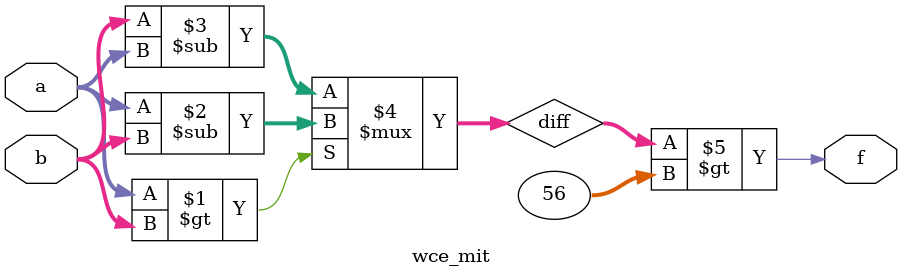
<source format=v>
module wce_mit(a, b, f);
parameter _bit = 8;
parameter wce = 56;
input [_bit - 1: 0] a;
input [_bit - 1: 0] b;
output f;
wire [_bit - 1: 0] diff;
assign diff = (a > b)? (a - b): (b - a);
assign f = (diff > wce);
endmodule

</source>
